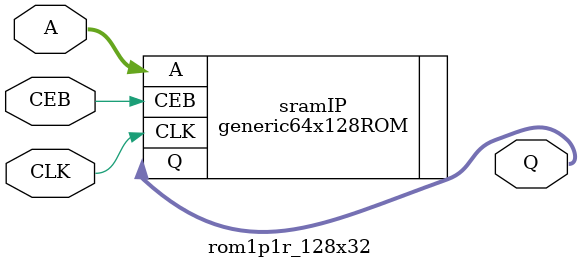
<source format=sv>

module rom1p1r_128x32( 
  input  logic          CLK, 
  input  logic 	        CEB, 
  input  logic [6:0]    A, 
  output logic [31:0]   Q
);

   // replace "generic128x32ROM" with "TS3N..128X32.." module from your memory vendor
   generic64x128ROM sramIP (.CLK, .CEB, .A, .Q);

endmodule 


</source>
